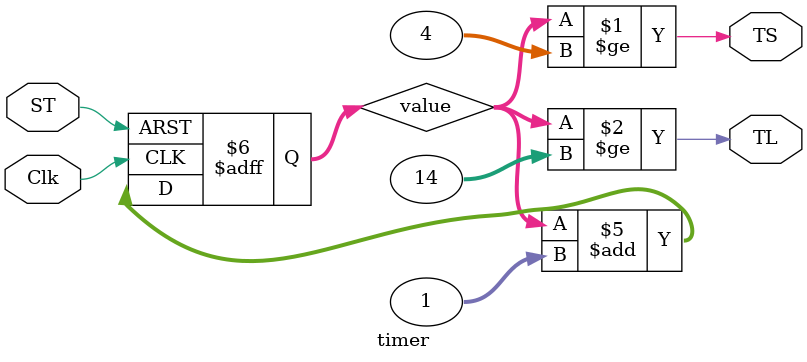
<source format=v>
`timescale 1ns / 1ps

module timer(
    output TS,
    output TL,
    input ST,
    input Clk
);
    integer value;

    assign TS = (value >= 4);
    assign TL = (value >= 14);

    always @(posedge ST or posedge Clk) begin
        if (ST == 1) begin
            value = 0;
        end else begin
            value = value + 1;
        end
    end

endmodule


</source>
